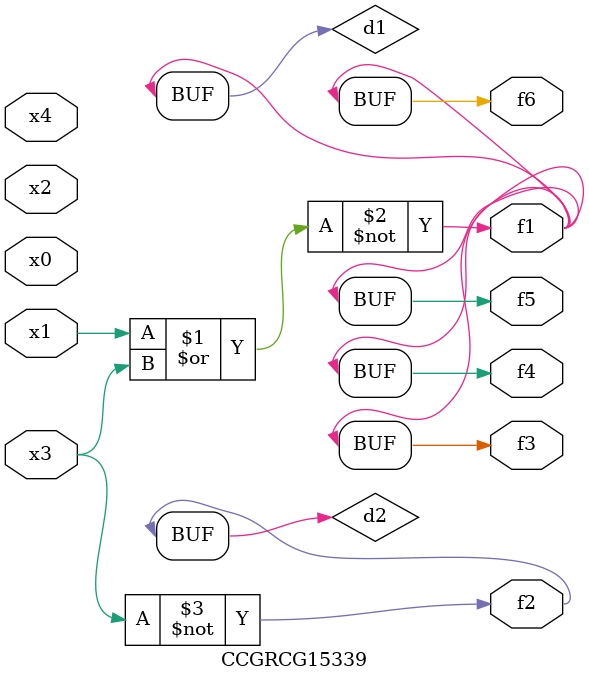
<source format=v>
module CCGRCG15339(
	input x0, x1, x2, x3, x4,
	output f1, f2, f3, f4, f5, f6
);

	wire d1, d2;

	nor (d1, x1, x3);
	not (d2, x3);
	assign f1 = d1;
	assign f2 = d2;
	assign f3 = d1;
	assign f4 = d1;
	assign f5 = d1;
	assign f6 = d1;
endmodule

</source>
